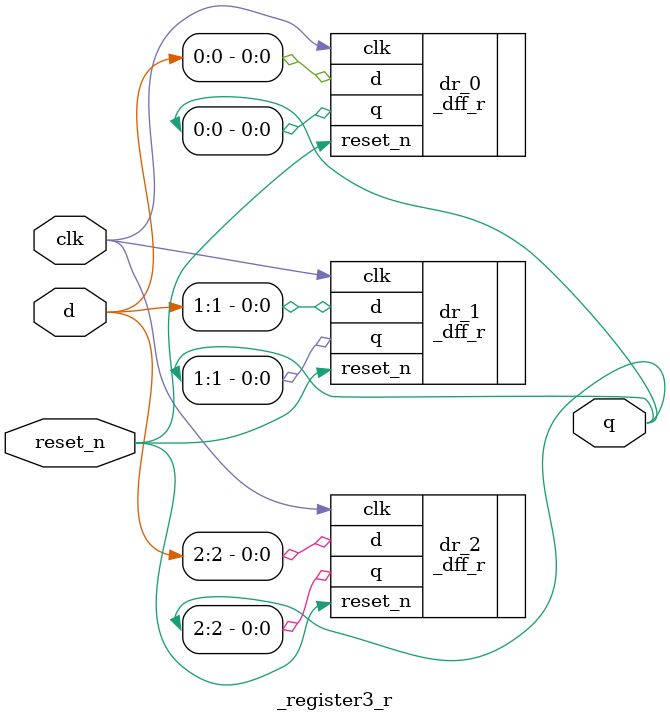
<source format=v>
module _register3_r(clk, reset_n, d, q); //resettable 3-bit register
  input clk, reset_n;
  input [2:0] d;
  output [2:0] q;
  
  //instance
  _dff_r dr_0(.clk(clk), .reset_n(reset_n), .d(d[0]), .q(q[0]));
  _dff_r dr_1(.clk(clk), .reset_n(reset_n), .d(d[1]), .q(q[1]));
  _dff_r dr_2(.clk(clk), .reset_n(reset_n), .d(d[2]), .q(q[2]));
  
endmodule

</source>
